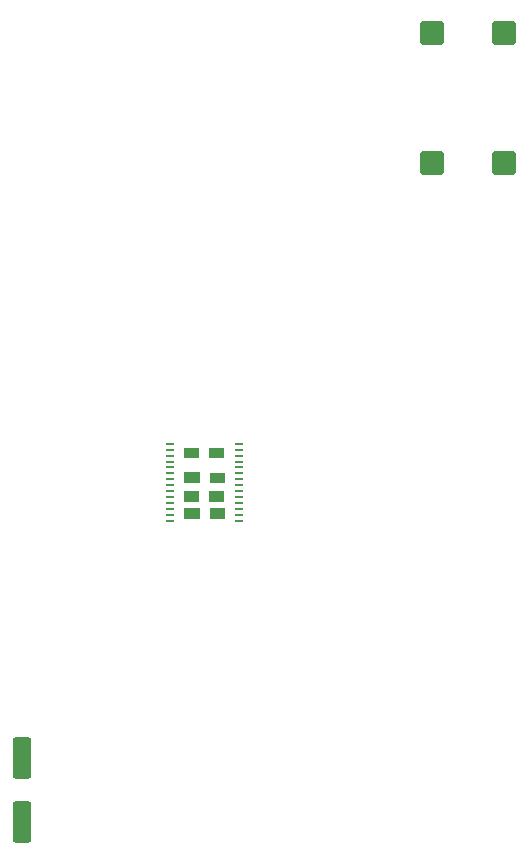
<source format=gbp>
G04 #@! TF.GenerationSoftware,KiCad,Pcbnew,7.0.1*
G04 #@! TF.CreationDate,2024-04-18T01:50:12+02:00*
G04 #@! TF.ProjectId,NerdAxe_ultra,4e657264-4178-4655-9f75-6c7472612e6b,rev?*
G04 #@! TF.SameCoordinates,Original*
G04 #@! TF.FileFunction,Paste,Bot*
G04 #@! TF.FilePolarity,Positive*
%FSLAX46Y46*%
G04 Gerber Fmt 4.6, Leading zero omitted, Abs format (unit mm)*
G04 Created by KiCad (PCBNEW 7.0.1) date 2024-04-18 01:50:12*
%MOMM*%
%LPD*%
G01*
G04 APERTURE LIST*
G04 Aperture macros list*
%AMRoundRect*
0 Rectangle with rounded corners*
0 $1 Rounding radius*
0 $2 $3 $4 $5 $6 $7 $8 $9 X,Y pos of 4 corners*
0 Add a 4 corners polygon primitive as box body*
4,1,4,$2,$3,$4,$5,$6,$7,$8,$9,$2,$3,0*
0 Add four circle primitives for the rounded corners*
1,1,$1+$1,$2,$3*
1,1,$1+$1,$4,$5*
1,1,$1+$1,$6,$7*
1,1,$1+$1,$8,$9*
0 Add four rect primitives between the rounded corners*
20,1,$1+$1,$2,$3,$4,$5,0*
20,1,$1+$1,$4,$5,$6,$7,0*
20,1,$1+$1,$6,$7,$8,$9,0*
20,1,$1+$1,$8,$9,$2,$3,0*%
G04 Aperture macros list end*
%ADD10C,0.001000*%
%ADD11R,0.792000X0.221000*%
%ADD12RoundRect,0.250000X-0.550000X1.500000X-0.550000X-1.500000X0.550000X-1.500000X0.550000X1.500000X0*%
%ADD13RoundRect,0.250000X-0.750000X0.750000X-0.750000X-0.750000X0.750000X-0.750000X0.750000X0.750000X0*%
G04 APERTURE END LIST*
D10*
X107242000Y-118273000D02*
X106042000Y-118273000D01*
X106042000Y-118273000D02*
X106042000Y-119063000D01*
X106042000Y-119063000D02*
X107242000Y-119063000D01*
X107242000Y-119063000D02*
X107242000Y-118273000D01*
G36*
X107242000Y-118273000D02*
G01*
X106042000Y-118273000D01*
X106042000Y-119063000D01*
X107242000Y-119063000D01*
X107242000Y-118273000D01*
G37*
X107242000Y-115243000D02*
X106042000Y-115243000D01*
X106042000Y-115243000D02*
X106042000Y-116033000D01*
X106042000Y-116033000D02*
X107242000Y-116033000D01*
X107242000Y-116033000D02*
X107242000Y-115243000D01*
G36*
X107242000Y-115243000D02*
G01*
X106042000Y-115243000D01*
X106042000Y-116033000D01*
X107242000Y-116033000D01*
X107242000Y-115243000D01*
G37*
X107222000Y-116833000D02*
X106022000Y-116833000D01*
X106022000Y-116833000D02*
X106022000Y-117623000D01*
X106022000Y-117623000D02*
X107222000Y-117623000D01*
X107222000Y-117623000D02*
X107222000Y-116833000D01*
G36*
X107222000Y-116833000D02*
G01*
X106022000Y-116833000D01*
X106022000Y-117623000D01*
X107222000Y-117623000D01*
X107222000Y-116833000D01*
G37*
X107192000Y-113163000D02*
X105992000Y-113163000D01*
X105992000Y-113163000D02*
X105992000Y-113953000D01*
X105992000Y-113953000D02*
X107192000Y-113953000D01*
X107192000Y-113953000D02*
X107192000Y-113163000D01*
G36*
X107192000Y-113163000D02*
G01*
X105992000Y-113163000D01*
X105992000Y-113953000D01*
X107192000Y-113953000D01*
X107192000Y-113163000D01*
G37*
X105112000Y-118268000D02*
X103912000Y-118268000D01*
X103912000Y-118268000D02*
X103912000Y-119058000D01*
X103912000Y-119058000D02*
X105112000Y-119058000D01*
X105112000Y-119058000D02*
X105112000Y-118268000D01*
G36*
X105112000Y-118268000D02*
G01*
X103912000Y-118268000D01*
X103912000Y-119058000D01*
X105112000Y-119058000D01*
X105112000Y-118268000D01*
G37*
X105112000Y-115238000D02*
X103912000Y-115238000D01*
X103912000Y-115238000D02*
X103912000Y-116028000D01*
X103912000Y-116028000D02*
X105112000Y-116028000D01*
X105112000Y-116028000D02*
X105112000Y-115238000D01*
G36*
X105112000Y-115238000D02*
G01*
X103912000Y-115238000D01*
X103912000Y-116028000D01*
X105112000Y-116028000D01*
X105112000Y-115238000D01*
G37*
X105092000Y-116828000D02*
X103892000Y-116828000D01*
X103892000Y-116828000D02*
X103892000Y-117618000D01*
X103892000Y-117618000D02*
X105092000Y-117618000D01*
X105092000Y-117618000D02*
X105092000Y-116828000D01*
G36*
X105092000Y-116828000D02*
G01*
X103892000Y-116828000D01*
X103892000Y-117618000D01*
X105092000Y-117618000D01*
X105092000Y-116828000D01*
G37*
X105062000Y-113158000D02*
X103862000Y-113158000D01*
X103862000Y-113158000D02*
X103862000Y-113948000D01*
X103862000Y-113948000D02*
X105062000Y-113948000D01*
X105062000Y-113948000D02*
X105062000Y-113158000D01*
G36*
X105062000Y-113158000D02*
G01*
X103862000Y-113158000D01*
X103862000Y-113948000D01*
X105062000Y-113948000D01*
X105062000Y-113158000D01*
G37*
D11*
X108528000Y-112805000D03*
X108528000Y-113307000D03*
X108528000Y-113809000D03*
X108528000Y-114311000D03*
X108528000Y-114813000D03*
X108528000Y-115315000D03*
X108528000Y-115817000D03*
X108528000Y-116319000D03*
X108528000Y-116821000D03*
X108528000Y-117323000D03*
X108528000Y-117825000D03*
X108528000Y-118327000D03*
X108528000Y-118829000D03*
X108528000Y-119331000D03*
X102696000Y-119318000D03*
X102696000Y-118818000D03*
X102696000Y-118318000D03*
X102696000Y-117818000D03*
X102696000Y-117318000D03*
X102696000Y-116821000D03*
X102696000Y-116318000D03*
X102696000Y-115817000D03*
X102696000Y-115315000D03*
X102696000Y-114813000D03*
X102696000Y-114311000D03*
X102696000Y-113818000D03*
X102696000Y-113307000D03*
X102696000Y-112818000D03*
D12*
X90170000Y-139413000D03*
X90170000Y-144813000D03*
D13*
X131000000Y-78000000D03*
X124850000Y-78000000D03*
X131000000Y-89000000D03*
X124850000Y-89000000D03*
M02*

</source>
